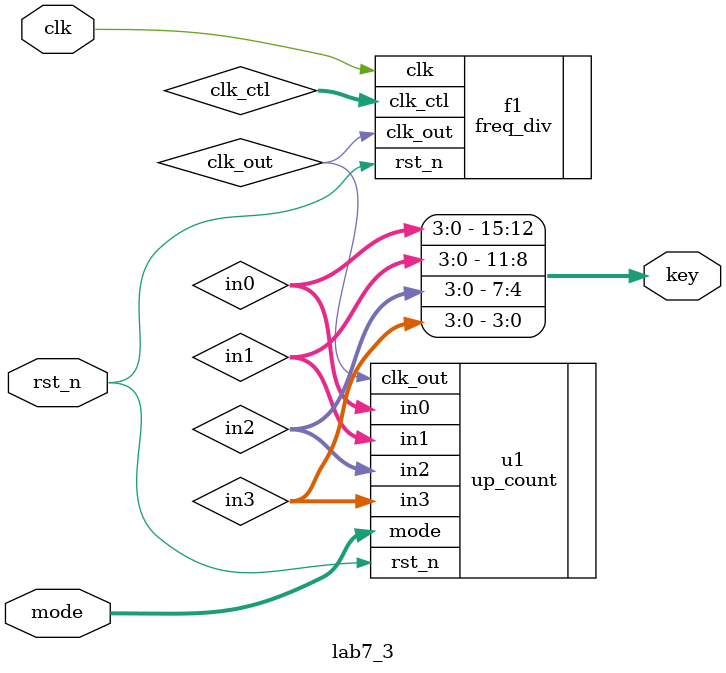
<source format=v>
`timescale 1ns / 1ps
module lab7_3(
	mode,
	clk,
	rst_n,
	//display,
	//ftsd_ctl
	key
    );

input clk,rst_n;
input [2:0] mode;

//output  [3:0] ftsd_ctl;
//output  [14:0] display;

output [15:0] key;

wire [1:0] clk_ctl;
wire clk_out;
wire [3:0] in0,in1,in2,in3,bcd;

assign key={in0,in1,in2,in3};

freq_div f1(
	.clk_out(clk_out), // divided clock output  1HZ
	.clk_ctl(clk_ctl), // divided clock output for scan freq
	.clk(clk), // global clock input
	.rst_n(rst_n) // active low reset
	); 

up_count u1(
	.mode(mode),
	.clk_out(clk_out),
	.rst_n(rst_n),
	.in0(in0),
	.in1(in1),
	.in2(in2),
	.in3(in3)
    );
/*
scan_ctl s1(
	.ftsd_ctl(ftsd_ctl), // ftsd display control signal 
	.ftsd_in(bcd), // output to ftsd display
	.in0(in0), // 1st input
	.in1(in1), // 2nd input
	.in2(in2), // 3rd input
	.in3(in3), // 4th input
	.ftsd_ctl_en(clk_ctl) // divided clock for scan control
	);

bcd2ftsegdec b1(
	.display(display), // 14-segment display output
	.bcd(bcd) // BCD input
	);
 
 */
endmodule

</source>
